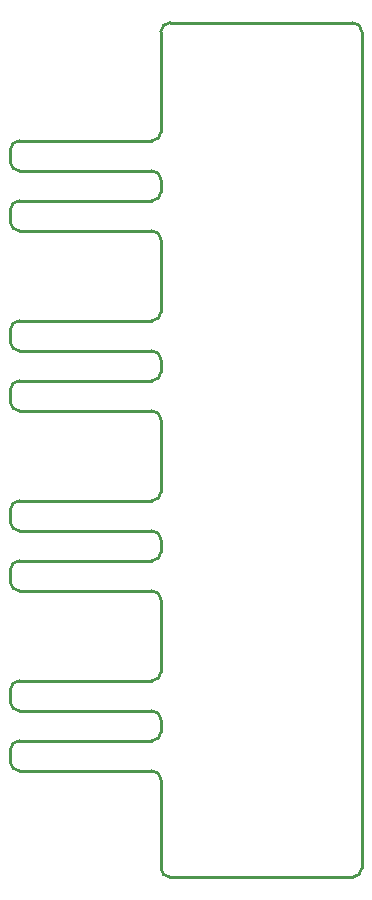
<source format=gbr>
%TF.GenerationSoftware,KiCad,Pcbnew,7.0.10*%
%TF.CreationDate,2024-07-21T07:16:58-04:00*%
%TF.ProjectId,12.2.1 - PLC Connector,31322e32-2e31-4202-9d20-504c4320436f,rev?*%
%TF.SameCoordinates,Original*%
%TF.FileFunction,Profile,NP*%
%FSLAX46Y46*%
G04 Gerber Fmt 4.6, Leading zero omitted, Abs format (unit mm)*
G04 Created by KiCad (PCBNEW 7.0.10) date 2024-07-21 07:16:58*
%MOMM*%
%LPD*%
G01*
G04 APERTURE LIST*
%TA.AperFunction,Profile*%
%ADD10C,0.250000*%
%TD*%
G04 APERTURE END LIST*
D10*
X154278238Y-106176462D02*
G75*
G03*
X155028225Y-106926462I749962J-38D01*
G01*
X167028238Y-77196462D02*
G75*
G03*
X166278225Y-76446462I-750038J-38D01*
G01*
X166278225Y-101846462D02*
X155028225Y-101846462D01*
X184028225Y-44336462D02*
X184028225Y-115176462D01*
X167028225Y-103636462D02*
X167028225Y-102596462D01*
X167028225Y-68076462D02*
X167028225Y-61956462D01*
X154278225Y-90936462D02*
X154278225Y-89896462D01*
X154278238Y-85856462D02*
G75*
G03*
X155028225Y-86606462I749962J-38D01*
G01*
X154278225Y-70616462D02*
X154278225Y-69576462D01*
X166278225Y-56126462D02*
X155028225Y-56126462D01*
X154278238Y-90936462D02*
G75*
G03*
X155028225Y-91686462I749962J-38D01*
G01*
X166278225Y-68826525D02*
G75*
G03*
X167028225Y-68076462I-25J750025D01*
G01*
X166278225Y-53586525D02*
G75*
G03*
X167028225Y-52836462I-25J750025D01*
G01*
X155028225Y-99306462D02*
X166278225Y-99306462D01*
X166278225Y-58666525D02*
G75*
G03*
X167028225Y-57916462I-25J750025D01*
G01*
X167028238Y-92436462D02*
G75*
G03*
X166278225Y-91686462I-750038J-38D01*
G01*
X167028238Y-102596462D02*
G75*
G03*
X166278225Y-101846462I-750038J-38D01*
G01*
X155028225Y-89146462D02*
X166278225Y-89146462D01*
X154278225Y-106176462D02*
X154278225Y-105136462D01*
X167028238Y-107676462D02*
G75*
G03*
X166278225Y-106926462I-750038J-38D01*
G01*
X166278225Y-106926462D02*
X155028225Y-106926462D01*
X155028225Y-53586525D02*
G75*
G03*
X154278225Y-54336462I-25J-749975D01*
G01*
X154278225Y-60456462D02*
X154278225Y-59416462D01*
X166278225Y-89146525D02*
G75*
G03*
X167028225Y-88396462I-25J750025D01*
G01*
X154278225Y-75696462D02*
X154278225Y-74656462D01*
X167028238Y-61956462D02*
G75*
G03*
X166278225Y-61206462I-750038J-38D01*
G01*
X166278225Y-61206462D02*
X155028225Y-61206462D01*
X155028225Y-104386525D02*
G75*
G03*
X154278225Y-105136462I-25J-749975D01*
G01*
X155028225Y-73906525D02*
G75*
G03*
X154278225Y-74656462I-25J-749975D01*
G01*
X155028225Y-53586462D02*
X166278225Y-53586462D01*
X183278225Y-115926462D02*
X167778225Y-115926462D01*
X167028238Y-72116462D02*
G75*
G03*
X166278225Y-71366462I-750038J-38D01*
G01*
X155028225Y-58666462D02*
X166278225Y-58666462D01*
X155028225Y-68826525D02*
G75*
G03*
X154278225Y-69576462I-25J-749975D01*
G01*
X166278225Y-73906525D02*
G75*
G03*
X167028225Y-73156462I-25J750025D01*
G01*
X166278225Y-91686462D02*
X155028225Y-91686462D01*
X167028225Y-98556462D02*
X167028225Y-92436462D01*
X155028225Y-58666525D02*
G75*
G03*
X154278225Y-59416462I-25J-749975D01*
G01*
X154278238Y-70616462D02*
G75*
G03*
X155028225Y-71366462I749962J-38D01*
G01*
X154278238Y-60456462D02*
G75*
G03*
X155028225Y-61206462I749962J-38D01*
G01*
X154278225Y-55376462D02*
X154278225Y-54336462D01*
X167778225Y-43586525D02*
G75*
G03*
X167028225Y-44336462I-25J-749975D01*
G01*
X154278225Y-85856462D02*
X154278225Y-84816462D01*
X167028225Y-73156462D02*
X167028225Y-72116462D01*
X184028238Y-44336462D02*
G75*
G03*
X183278225Y-43586462I-750038J-38D01*
G01*
X166278225Y-99306525D02*
G75*
G03*
X167028225Y-98556462I-25J750025D01*
G01*
X166278225Y-76446462D02*
X155028225Y-76446462D01*
X166278225Y-84066525D02*
G75*
G03*
X167028225Y-83316462I-25J750025D01*
G01*
X166278225Y-71366462D02*
X155028225Y-71366462D01*
X167028225Y-52836462D02*
X167028225Y-44336462D01*
X155028225Y-104386462D02*
X166278225Y-104386462D01*
X155028225Y-89146525D02*
G75*
G03*
X154278225Y-89896462I-25J-749975D01*
G01*
X167028238Y-87356462D02*
G75*
G03*
X166278225Y-86606462I-750038J-38D01*
G01*
X154278238Y-55376462D02*
G75*
G03*
X155028225Y-56126462I749962J-38D01*
G01*
X155028225Y-84066462D02*
X166278225Y-84066462D01*
X167028225Y-83316462D02*
X167028225Y-77196462D01*
X154278238Y-75696462D02*
G75*
G03*
X155028225Y-76446462I749962J-38D01*
G01*
X155028225Y-99306525D02*
G75*
G03*
X154278225Y-100056462I-25J-749975D01*
G01*
X155028225Y-68826462D02*
X166278225Y-68826462D01*
X167028225Y-88396462D02*
X167028225Y-87356462D01*
X167028238Y-56876462D02*
G75*
G03*
X166278225Y-56126462I-750038J-38D01*
G01*
X183278225Y-115926525D02*
G75*
G03*
X184028225Y-115176462I-25J750025D01*
G01*
X154278238Y-101096462D02*
G75*
G03*
X155028225Y-101846462I749962J-38D01*
G01*
X167028225Y-57916462D02*
X167028225Y-56876462D01*
X155028225Y-84066525D02*
G75*
G03*
X154278225Y-84816462I-25J-749975D01*
G01*
X155028225Y-73906462D02*
X166278225Y-73906462D01*
X167778225Y-43586462D02*
X183278225Y-43586462D01*
X167028225Y-115176462D02*
X167028225Y-107676462D01*
X166278225Y-86606462D02*
X155028225Y-86606462D01*
X154278225Y-101096462D02*
X154278225Y-100056462D01*
X166278225Y-104386525D02*
G75*
G03*
X167028225Y-103636462I-25J750025D01*
G01*
X167028238Y-115176462D02*
G75*
G03*
X167778225Y-115926462I749962J-38D01*
G01*
M02*

</source>
